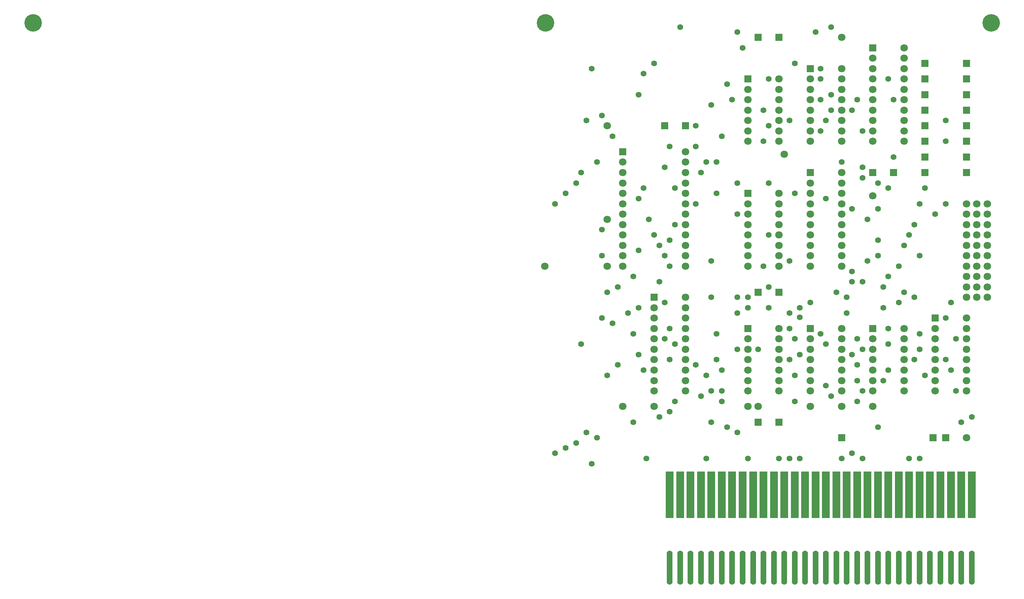
<source format=gts>
G04*
G04 #@! TF.GenerationSoftware,Altium Limited,Altium Designer,23.6.0 (18)*
G04*
G04 Layer_Color=8388736*
%FSLAX44Y44*%
%MOMM*%
G71*
G04*
G04 #@! TF.SameCoordinates,845D1222-F9E4-4124-81B0-03C3B5237010*
G04*
G04*
G04 #@! TF.FilePolarity,Negative*
G04*
G01*
G75*
%ADD13R,1.9032X11.2032*%
G04:AMPARAMS|DCode=14|XSize=1.4032mm|YSize=8.2032mm|CornerRadius=0.7016mm|HoleSize=0mm|Usage=FLASHONLY|Rotation=0.000|XOffset=0mm|YOffset=0mm|HoleType=Round|Shape=RoundedRectangle|*
%AMROUNDEDRECTD14*
21,1,1.4032,6.8000,0,0,0.0*
21,1,0.0000,8.2032,0,0,0.0*
1,1,1.4032,0.0000,-3.4000*
1,1,1.4032,0.0000,-3.4000*
1,1,1.4032,0.0000,3.4000*
1,1,1.4032,0.0000,3.4000*
%
%ADD14ROUNDEDRECTD14*%
%ADD15R,1.8032X1.8032*%
%ADD16C,4.2032*%
%ADD17C,1.8032*%
%ADD18R,1.8032X1.8032*%
%ADD19C,1.4032*%
D13*
X1912500Y400000D02*
D03*
X1937498D02*
D03*
X1962500D02*
D03*
X1987501D02*
D03*
X2012500D02*
D03*
X2037501D02*
D03*
X2062499D02*
D03*
X2087501D02*
D03*
X2112499D02*
D03*
X2137500D02*
D03*
X2162499D02*
D03*
X2187500D02*
D03*
X2212499D02*
D03*
X2237500D02*
D03*
X2262499D02*
D03*
X2287500D02*
D03*
X2312499D02*
D03*
X2337500D02*
D03*
X2362499D02*
D03*
X2387500D02*
D03*
X2412499D02*
D03*
X2437500D02*
D03*
X2462499D02*
D03*
X2487500D02*
D03*
X2512498D02*
D03*
X2537500D02*
D03*
X2562498D02*
D03*
X2587500D02*
D03*
X2612501D02*
D03*
X2637499D02*
D03*
D14*
X2162499Y225000D02*
D03*
X2112499D02*
D03*
X2087501D02*
D03*
X2062499D02*
D03*
X2037501D02*
D03*
X2012500D02*
D03*
X1987501D02*
D03*
X1962500D02*
D03*
X1937498D02*
D03*
X1912500D02*
D03*
X2137500D02*
D03*
X2462499D02*
D03*
X2412499D02*
D03*
X2387500D02*
D03*
X2362499D02*
D03*
X2337500D02*
D03*
X2287500D02*
D03*
X2262499D02*
D03*
X2237500D02*
D03*
X2212499D02*
D03*
X2187500D02*
D03*
X2312499D02*
D03*
X2437500D02*
D03*
X2637499D02*
D03*
X2537500D02*
D03*
X2512498D02*
D03*
X2487500D02*
D03*
X2562498D02*
D03*
X2612501D02*
D03*
X2587500D02*
D03*
D15*
X2545000Y537500D02*
D03*
X2575000D02*
D03*
X2325000D02*
D03*
X2400000Y1175000D02*
D03*
X2450000D02*
D03*
X2525000D02*
D03*
X2625000D02*
D03*
X2525000Y1212500D02*
D03*
X2625000D02*
D03*
X2525000Y1250000D02*
D03*
X2625000D02*
D03*
X2525000Y1287500D02*
D03*
X2625000D02*
D03*
X2525000Y1325000D02*
D03*
X2625000D02*
D03*
X2525000Y1362500D02*
D03*
X2625000D02*
D03*
X2525000Y1400000D02*
D03*
X2625000D02*
D03*
X2525000Y1437500D02*
D03*
X2625000D02*
D03*
X1900000Y1287500D02*
D03*
X1950000D02*
D03*
X2125000Y887500D02*
D03*
X2175000D02*
D03*
X2125000Y575000D02*
D03*
X2175000D02*
D03*
X2125000Y1500000D02*
D03*
X2175000D02*
D03*
D16*
X1614000Y1535000D02*
D03*
X384000D02*
D03*
X2684000D02*
D03*
D17*
X2625000Y825000D02*
D03*
Y800000D02*
D03*
Y750000D02*
D03*
Y775000D02*
D03*
Y725000D02*
D03*
Y700000D02*
D03*
Y675000D02*
D03*
Y650000D02*
D03*
X2550000D02*
D03*
Y675000D02*
D03*
Y700000D02*
D03*
Y725000D02*
D03*
Y775000D02*
D03*
Y750000D02*
D03*
Y800000D02*
D03*
X2675000Y1100000D02*
D03*
X2650000D02*
D03*
X2625000D02*
D03*
X2675000Y1075000D02*
D03*
X2650000D02*
D03*
X2625000D02*
D03*
X2675000Y1050000D02*
D03*
X2650000D02*
D03*
X2625000D02*
D03*
X2675000Y1025000D02*
D03*
X2650000D02*
D03*
X2625000D02*
D03*
X2675000Y1000000D02*
D03*
X2650000D02*
D03*
X2625000D02*
D03*
X2675000Y975000D02*
D03*
X2650000D02*
D03*
X2625000D02*
D03*
X2675000Y950000D02*
D03*
X2650000D02*
D03*
X2625000D02*
D03*
X2675000Y925000D02*
D03*
X2650000D02*
D03*
X2625000D02*
D03*
X2675000Y900000D02*
D03*
X2650000D02*
D03*
X2625000D02*
D03*
X2675000Y875000D02*
D03*
X2650000D02*
D03*
X2625000D02*
D03*
X1950000Y775000D02*
D03*
Y750000D02*
D03*
Y700000D02*
D03*
Y725000D02*
D03*
Y675000D02*
D03*
X1875000Y650000D02*
D03*
Y675000D02*
D03*
Y700000D02*
D03*
Y725000D02*
D03*
Y750000D02*
D03*
Y775000D02*
D03*
Y825000D02*
D03*
Y800000D02*
D03*
Y850000D02*
D03*
X1950000Y825000D02*
D03*
Y800000D02*
D03*
Y850000D02*
D03*
Y875000D02*
D03*
Y650000D02*
D03*
X2250000Y775000D02*
D03*
Y725000D02*
D03*
Y750000D02*
D03*
Y700000D02*
D03*
Y675000D02*
D03*
Y650000D02*
D03*
X2325000D02*
D03*
Y675000D02*
D03*
Y700000D02*
D03*
Y725000D02*
D03*
Y750000D02*
D03*
Y800000D02*
D03*
Y775000D02*
D03*
X2100000D02*
D03*
Y725000D02*
D03*
Y750000D02*
D03*
Y700000D02*
D03*
Y675000D02*
D03*
Y650000D02*
D03*
X2175000D02*
D03*
Y675000D02*
D03*
Y700000D02*
D03*
Y725000D02*
D03*
Y750000D02*
D03*
Y800000D02*
D03*
Y775000D02*
D03*
X2400000D02*
D03*
Y725000D02*
D03*
Y750000D02*
D03*
Y700000D02*
D03*
Y675000D02*
D03*
Y650000D02*
D03*
X2475000D02*
D03*
Y675000D02*
D03*
Y700000D02*
D03*
Y725000D02*
D03*
Y750000D02*
D03*
Y800000D02*
D03*
Y775000D02*
D03*
X2325000Y1175000D02*
D03*
Y1150000D02*
D03*
Y1125000D02*
D03*
Y1100000D02*
D03*
X2250000Y1150000D02*
D03*
Y1100000D02*
D03*
Y1125000D02*
D03*
Y1075000D02*
D03*
Y1050000D02*
D03*
Y1025000D02*
D03*
Y1000000D02*
D03*
Y975000D02*
D03*
Y950000D02*
D03*
X2325000D02*
D03*
Y975000D02*
D03*
Y1025000D02*
D03*
Y1000000D02*
D03*
Y1050000D02*
D03*
Y1075000D02*
D03*
X2100000Y1100000D02*
D03*
Y1050000D02*
D03*
Y1075000D02*
D03*
Y1025000D02*
D03*
Y1000000D02*
D03*
Y975000D02*
D03*
Y950000D02*
D03*
X2175000D02*
D03*
Y975000D02*
D03*
Y1000000D02*
D03*
Y1025000D02*
D03*
Y1075000D02*
D03*
Y1050000D02*
D03*
Y1100000D02*
D03*
Y1125000D02*
D03*
X2475000Y1475000D02*
D03*
Y1450000D02*
D03*
Y1425000D02*
D03*
Y1400000D02*
D03*
X2400000Y1450000D02*
D03*
Y1400000D02*
D03*
Y1425000D02*
D03*
Y1375000D02*
D03*
Y1350000D02*
D03*
Y1325000D02*
D03*
Y1300000D02*
D03*
Y1275000D02*
D03*
Y1250000D02*
D03*
X2475000D02*
D03*
Y1275000D02*
D03*
Y1325000D02*
D03*
Y1300000D02*
D03*
Y1350000D02*
D03*
Y1375000D02*
D03*
X2250000Y1400000D02*
D03*
Y1350000D02*
D03*
Y1375000D02*
D03*
Y1325000D02*
D03*
Y1300000D02*
D03*
Y1275000D02*
D03*
Y1250000D02*
D03*
X2325000D02*
D03*
Y1275000D02*
D03*
Y1300000D02*
D03*
Y1325000D02*
D03*
Y1375000D02*
D03*
Y1350000D02*
D03*
Y1400000D02*
D03*
Y1425000D02*
D03*
X2100000Y1375000D02*
D03*
Y1325000D02*
D03*
Y1350000D02*
D03*
Y1300000D02*
D03*
Y1275000D02*
D03*
Y1250000D02*
D03*
X2175000D02*
D03*
Y1275000D02*
D03*
Y1300000D02*
D03*
Y1325000D02*
D03*
Y1350000D02*
D03*
Y1400000D02*
D03*
Y1375000D02*
D03*
X1950000Y1025000D02*
D03*
Y1000000D02*
D03*
Y950000D02*
D03*
Y975000D02*
D03*
X1800000Y950000D02*
D03*
Y975000D02*
D03*
Y1000000D02*
D03*
Y1025000D02*
D03*
Y1050000D02*
D03*
Y1075000D02*
D03*
Y1100000D02*
D03*
Y1125000D02*
D03*
Y1175000D02*
D03*
Y1150000D02*
D03*
Y1200000D02*
D03*
X1950000Y1075000D02*
D03*
Y1050000D02*
D03*
Y1100000D02*
D03*
Y1125000D02*
D03*
Y1175000D02*
D03*
Y1150000D02*
D03*
Y1200000D02*
D03*
Y1225000D02*
D03*
X2325000Y612500D02*
D03*
X2125000D02*
D03*
X2100000D02*
D03*
X2250000D02*
D03*
X1762500Y1287500D02*
D03*
X2187500Y1218750D02*
D03*
X2400000Y1118750D02*
D03*
X2625000Y537500D02*
D03*
X1612500Y950000D02*
D03*
X1762500D02*
D03*
X2325000Y1500000D02*
D03*
X2400000Y612500D02*
D03*
X1800000D02*
D03*
X1875000D02*
D03*
X1762500Y1062500D02*
D03*
D18*
X2550000Y825000D02*
D03*
X1875000Y875000D02*
D03*
X2250000Y800000D02*
D03*
X2100000D02*
D03*
X2400000D02*
D03*
X2250000Y1175000D02*
D03*
X2100000Y1125000D02*
D03*
X2400000Y1475000D02*
D03*
X2250000Y1425000D02*
D03*
X2100000Y1400000D02*
D03*
X1800000Y1225000D02*
D03*
D19*
X1850000Y700000D02*
D03*
X1856250Y487500D02*
D03*
X2600000Y650000D02*
D03*
X2587500Y700000D02*
D03*
X2525000Y687500D02*
D03*
X1825000Y925000D02*
D03*
X2325000Y1200000D02*
D03*
X2025000D02*
D03*
X2137500Y1325000D02*
D03*
X2362500Y775000D02*
D03*
X2350000Y737500D02*
D03*
X2600000Y775000D02*
D03*
X2337500Y837500D02*
D03*
X2137500Y1250000D02*
D03*
X2350000Y937500D02*
D03*
Y1087500D02*
D03*
Y1325000D02*
D03*
X2362500Y712500D02*
D03*
X1837500Y850000D02*
D03*
X2225000Y826658D02*
D03*
X2587500Y862500D02*
D03*
X2200000Y725000D02*
D03*
Y962500D02*
D03*
Y1300000D02*
D03*
X2512500Y750000D02*
D03*
X2425000Y850000D02*
D03*
X1762500Y687500D02*
D03*
X2437500Y800000D02*
D03*
Y762500D02*
D03*
X2225000Y850000D02*
D03*
X2200000Y837500D02*
D03*
Y800000D02*
D03*
X2212500Y775000D02*
D03*
X2225000Y737500D02*
D03*
X2125000Y750000D02*
D03*
X2150000Y900000D02*
D03*
Y850000D02*
D03*
X2137500Y950000D02*
D03*
X2150000Y1025000D02*
D03*
X2212500Y1125000D02*
D03*
X2150000Y1150000D02*
D03*
Y1287500D02*
D03*
X1937500Y1525000D02*
D03*
X2075000Y1512500D02*
D03*
X2087500Y1475000D02*
D03*
X2150000Y1400000D02*
D03*
X2212500Y1437500D02*
D03*
X2262500Y1512500D02*
D03*
X2300000Y1525000D02*
D03*
X2275000Y1425000D02*
D03*
Y1400000D02*
D03*
Y1350000D02*
D03*
X2300000Y1362500D02*
D03*
Y1325000D02*
D03*
X2287500Y1300000D02*
D03*
X2275000Y1275000D02*
D03*
X2437500Y1400000D02*
D03*
X2450000Y1350000D02*
D03*
X2362500D02*
D03*
X2375000Y1275000D02*
D03*
X2575000Y1300000D02*
D03*
Y1250000D02*
D03*
X2500000Y1050000D02*
D03*
X2450000Y1212500D02*
D03*
X2287500Y1112500D02*
D03*
X2375000Y1187500D02*
D03*
Y1162500D02*
D03*
X2387500Y1062500D02*
D03*
X2412500Y1150000D02*
D03*
Y1087500D02*
D03*
X2437500Y1137500D02*
D03*
X2525000D02*
D03*
X2512500Y1100000D02*
D03*
X2575000D02*
D03*
X2550000Y1075000D02*
D03*
X2250000Y862500D02*
D03*
X2487500Y1025000D02*
D03*
X2512500Y975000D02*
D03*
X2475000Y1000000D02*
D03*
X2462500Y950000D02*
D03*
X2437500Y925000D02*
D03*
X2425000Y900000D02*
D03*
X2412500Y1012500D02*
D03*
Y975000D02*
D03*
X2387500Y962500D02*
D03*
X2375000Y912500D02*
D03*
X2350000D02*
D03*
X2312500Y887500D02*
D03*
X2337500Y875000D02*
D03*
X2275000Y787500D02*
D03*
X2287500Y762500D02*
D03*
X2375000Y750000D02*
D03*
X2575000Y825000D02*
D03*
X2462500Y862500D02*
D03*
X2475000Y887500D02*
D03*
X2500000Y875000D02*
D03*
X2512500Y787500D02*
D03*
X2575000Y725000D02*
D03*
X2637500Y587500D02*
D03*
X2612500Y575000D02*
D03*
X2500000Y725000D02*
D03*
X2437500Y700000D02*
D03*
X2425000Y675000D02*
D03*
X2212500Y687500D02*
D03*
Y625000D02*
D03*
X2287500Y662500D02*
D03*
X2300000Y637500D02*
D03*
X2362500Y675000D02*
D03*
X2375000Y650000D02*
D03*
X2362500Y625000D02*
D03*
X2412500Y562500D02*
D03*
X2512500Y487500D02*
D03*
X2487500D02*
D03*
X2375000D02*
D03*
X2350000Y500000D02*
D03*
X2325000Y487500D02*
D03*
X2225000D02*
D03*
X2200000D02*
D03*
X2175000D02*
D03*
X1925000Y625000D02*
D03*
X2037500D02*
D03*
X2100000Y487500D02*
D03*
X2000000D02*
D03*
X1637500Y500000D02*
D03*
X1662500Y512500D02*
D03*
X1687500Y525000D02*
D03*
X1712500Y550000D02*
D03*
X1737500Y537500D02*
D03*
X1725000Y475000D02*
D03*
X1825000Y575000D02*
D03*
X1887500Y587500D02*
D03*
X1912500Y600000D02*
D03*
X2012500Y575000D02*
D03*
X2050000Y562500D02*
D03*
X2075000Y550000D02*
D03*
X2037500Y650000D02*
D03*
X2012500D02*
D03*
X1987500Y637500D02*
D03*
X2000000Y687500D02*
D03*
X2037500Y700000D02*
D03*
X2100000Y850000D02*
D03*
Y875000D02*
D03*
X2075000D02*
D03*
Y837500D02*
D03*
Y750000D02*
D03*
X1975000Y712500D02*
D03*
X2025000Y725000D02*
D03*
Y787500D02*
D03*
X2012500Y875000D02*
D03*
X1925000Y762500D02*
D03*
X1912500Y725000D02*
D03*
X1900000Y775000D02*
D03*
X1912500Y800000D02*
D03*
X1900000Y862500D02*
D03*
X1887500Y912500D02*
D03*
X1787500Y712500D02*
D03*
X1837500Y737500D02*
D03*
X1812500Y837500D02*
D03*
X1825000Y787500D02*
D03*
X1700000Y762500D02*
D03*
X1750000Y825000D02*
D03*
X1775000Y812500D02*
D03*
X1762500Y887500D02*
D03*
X1787500Y900000D02*
D03*
X1912500Y950000D02*
D03*
X2012500Y962500D02*
D03*
X2075000Y1075000D02*
D03*
Y1150000D02*
D03*
X2025000Y1125000D02*
D03*
X2000000Y1200000D02*
D03*
X1987500Y1175000D02*
D03*
X1975000Y1100000D02*
D03*
X1900000Y975000D02*
D03*
X1925000Y1137500D02*
D03*
Y1050000D02*
D03*
X1912500Y1012500D02*
D03*
X1887500Y1000000D02*
D03*
X1875000Y1025000D02*
D03*
X1862500Y1062500D02*
D03*
X1837500Y987500D02*
D03*
Y1112500D02*
D03*
X1850000Y1137500D02*
D03*
X1900000Y1187500D02*
D03*
X1750000Y975000D02*
D03*
Y1037500D02*
D03*
X1637500Y1100000D02*
D03*
X1662500Y1125000D02*
D03*
X1687500Y1150000D02*
D03*
X1700000Y1175000D02*
D03*
X1737500Y1200000D02*
D03*
X1912500Y1237500D02*
D03*
X2037500Y1262500D02*
D03*
X1975000Y1237500D02*
D03*
Y1287500D02*
D03*
X2050000Y1387500D02*
D03*
X2062500Y1350000D02*
D03*
X2012500Y1337500D02*
D03*
X1775000Y1262500D02*
D03*
X1712500Y1300000D02*
D03*
X1750000Y1312500D02*
D03*
X1837500Y1362500D02*
D03*
X1875000Y1437500D02*
D03*
X1850000Y1412500D02*
D03*
X1725000Y1425000D02*
D03*
M02*

</source>
